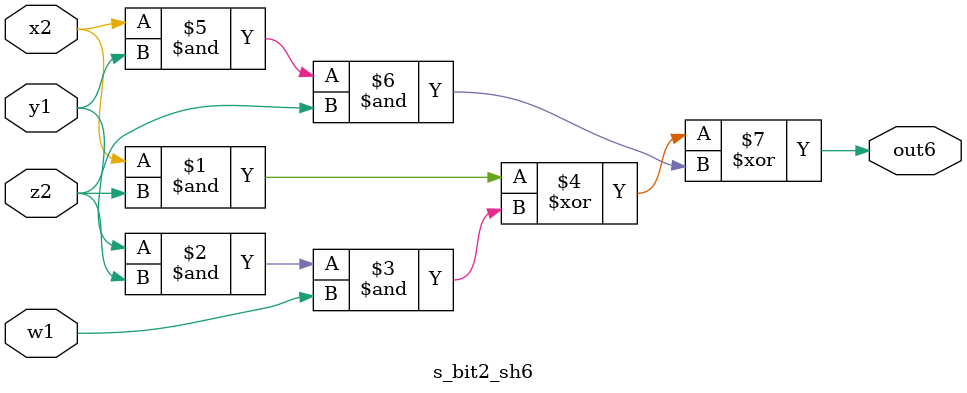
<source format=sv>
module s_bit2_sh6 (
  x2,
  w1,
  z2,
  y1,
  out6
);

    input wire x2;
    input wire w1;
    input wire z2;
    input wire y1;

    output wire out6;

    assign out6 = x2 & z2 ^ y1 & z2 & w1 ^ x2 & y1 & z2 ;

endmodule

</source>
